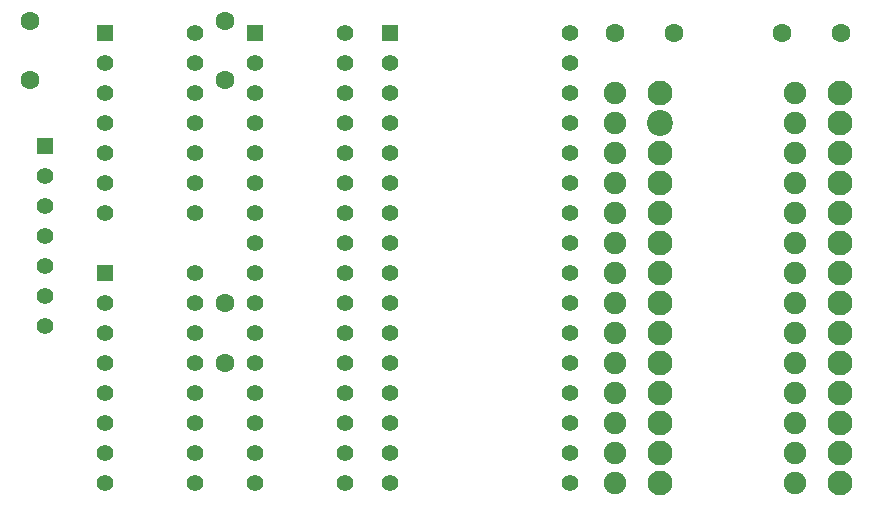
<source format=gbs>
G04 #@! TF.GenerationSoftware,KiCad,Pcbnew,(6.0.6)*
G04 #@! TF.CreationDate,2022-10-18T23:28:59+10:30*
G04 #@! TF.ProjectId,BBCROMRAM2014,42424352-4f4d-4524-914d-323031342e6b,rev?*
G04 #@! TF.SameCoordinates,Original*
G04 #@! TF.FileFunction,Soldermask,Bot*
G04 #@! TF.FilePolarity,Negative*
%FSLAX46Y46*%
G04 Gerber Fmt 4.6, Leading zero omitted, Abs format (unit mm)*
G04 Created by KiCad (PCBNEW (6.0.6)) date 2022-10-18 23:28:59*
%MOMM*%
%LPD*%
G01*
G04 APERTURE LIST*
%ADD10R,1.397000X1.397000*%
%ADD11C,1.397000*%
%ADD12C,2.100000*%
%ADD13C,2.200000*%
%ADD14C,1.900000*%
%ADD15C,1.600000*%
G04 APERTURE END LIST*
D10*
X215900000Y-109855000D03*
D11*
X215900000Y-112395000D03*
X215900000Y-114935000D03*
X215900000Y-117475000D03*
X215900000Y-120015000D03*
X215900000Y-122555000D03*
X215900000Y-125095000D03*
D10*
X245110000Y-100330000D03*
D11*
X245110000Y-102870000D03*
X245110000Y-105410000D03*
X245110000Y-107950000D03*
X245110000Y-110490000D03*
X245110000Y-113030000D03*
X245110000Y-115570000D03*
X245110000Y-118110000D03*
X245110000Y-120650000D03*
X245110000Y-123190000D03*
X245110000Y-125730000D03*
X245110000Y-128270000D03*
X245110000Y-130810000D03*
X245110000Y-133350000D03*
X245110000Y-135890000D03*
X245110000Y-138430000D03*
X260350000Y-138430000D03*
X260350000Y-135890000D03*
X260350000Y-133350000D03*
X260350000Y-130810000D03*
X260350000Y-128270000D03*
X260350000Y-125730000D03*
X260350000Y-123190000D03*
X260350000Y-120650000D03*
X260350000Y-118110000D03*
X260350000Y-115570000D03*
X260350000Y-113030000D03*
X260350000Y-110490000D03*
X260350000Y-107950000D03*
X260350000Y-105410000D03*
X260350000Y-102870000D03*
X260350000Y-100330000D03*
D12*
X267970000Y-105410000D03*
D13*
X267970000Y-107950000D03*
D12*
X267970000Y-110490000D03*
X267970000Y-113030000D03*
X267970000Y-115570000D03*
X267970000Y-118110000D03*
X267970000Y-120650000D03*
X267970000Y-123190000D03*
X267970000Y-125730000D03*
X267970000Y-128270000D03*
X267970000Y-130810000D03*
X267970000Y-133350000D03*
X267970000Y-135890000D03*
X267970000Y-138430000D03*
X283210000Y-138430000D03*
X283210000Y-135890000D03*
X283210000Y-133350000D03*
X283210000Y-130810000D03*
X283210000Y-128270000D03*
X283210000Y-125730000D03*
X283210000Y-123190000D03*
X283210000Y-120650000D03*
X283210000Y-118110000D03*
X283210000Y-115570000D03*
X283210000Y-113030000D03*
X283210000Y-110490000D03*
X283210000Y-107950000D03*
X283210000Y-105410000D03*
D14*
X264160000Y-105410000D03*
X264160000Y-107950000D03*
X264160000Y-110490000D03*
X264160000Y-113030000D03*
X264160000Y-115570000D03*
X264160000Y-118110000D03*
X264160000Y-120650000D03*
X264160000Y-123190000D03*
X264160000Y-125730000D03*
X264160000Y-128270000D03*
X264160000Y-130810000D03*
X264160000Y-133350000D03*
X264160000Y-135890000D03*
X264160000Y-138430000D03*
X279400000Y-138430000D03*
X279400000Y-135890000D03*
X279400000Y-133350000D03*
X279400000Y-130810000D03*
X279400000Y-128270000D03*
X279400000Y-125730000D03*
X279400000Y-123190000D03*
X279400000Y-120650000D03*
X279400000Y-118110000D03*
X279400000Y-115570000D03*
X279400000Y-113030000D03*
X279400000Y-110490000D03*
X279400000Y-107950000D03*
X279400000Y-105410000D03*
D10*
X220980000Y-120650000D03*
D11*
X220980000Y-123190000D03*
X220980000Y-125730000D03*
X220980000Y-128270000D03*
X220980000Y-130810000D03*
X220980000Y-133350000D03*
X220980000Y-135890000D03*
X220980000Y-138430000D03*
X228600000Y-138430000D03*
X228600000Y-135890000D03*
X228600000Y-133350000D03*
X228600000Y-130810000D03*
X228600000Y-128270000D03*
X228600000Y-125730000D03*
X228600000Y-123190000D03*
X228600000Y-120650000D03*
D10*
X220980000Y-100330000D03*
D11*
X220980000Y-102870000D03*
X220980000Y-105410000D03*
X220980000Y-107950000D03*
X220980000Y-110490000D03*
X220980000Y-113030000D03*
X220980000Y-115570000D03*
X228600000Y-115570000D03*
X228600000Y-113030000D03*
X228600000Y-110490000D03*
X228600000Y-107950000D03*
X228600000Y-105410000D03*
X228600000Y-102870000D03*
X228600000Y-100330000D03*
D10*
X233680000Y-100330000D03*
D11*
X233680000Y-102870000D03*
X233680000Y-105410000D03*
X233680000Y-107950000D03*
X233680000Y-110490000D03*
X233680000Y-113030000D03*
X233680000Y-115570000D03*
X233680000Y-118110000D03*
X233680000Y-120650000D03*
X233680000Y-123190000D03*
X233680000Y-125730000D03*
X233680000Y-128270000D03*
X233680000Y-130810000D03*
X233680000Y-133350000D03*
X233680000Y-135890000D03*
X233680000Y-138430000D03*
X241300000Y-138430000D03*
X241300000Y-135890000D03*
X241300000Y-133350000D03*
X241300000Y-130810000D03*
X241300000Y-128270000D03*
X241300000Y-125730000D03*
X241300000Y-123190000D03*
X241300000Y-120650000D03*
X241300000Y-118110000D03*
X241300000Y-115570000D03*
X241300000Y-113030000D03*
X241300000Y-110490000D03*
X241300000Y-107950000D03*
X241300000Y-105410000D03*
X241300000Y-102870000D03*
X241300000Y-100330000D03*
D15*
X231140000Y-123190000D03*
X231140000Y-128190000D03*
X264160000Y-100330000D03*
X269160000Y-100330000D03*
X278257000Y-100330000D03*
X283257000Y-100330000D03*
X214630000Y-104267000D03*
X214630000Y-99267000D03*
X231140000Y-104267000D03*
X231140000Y-99267000D03*
M02*

</source>
